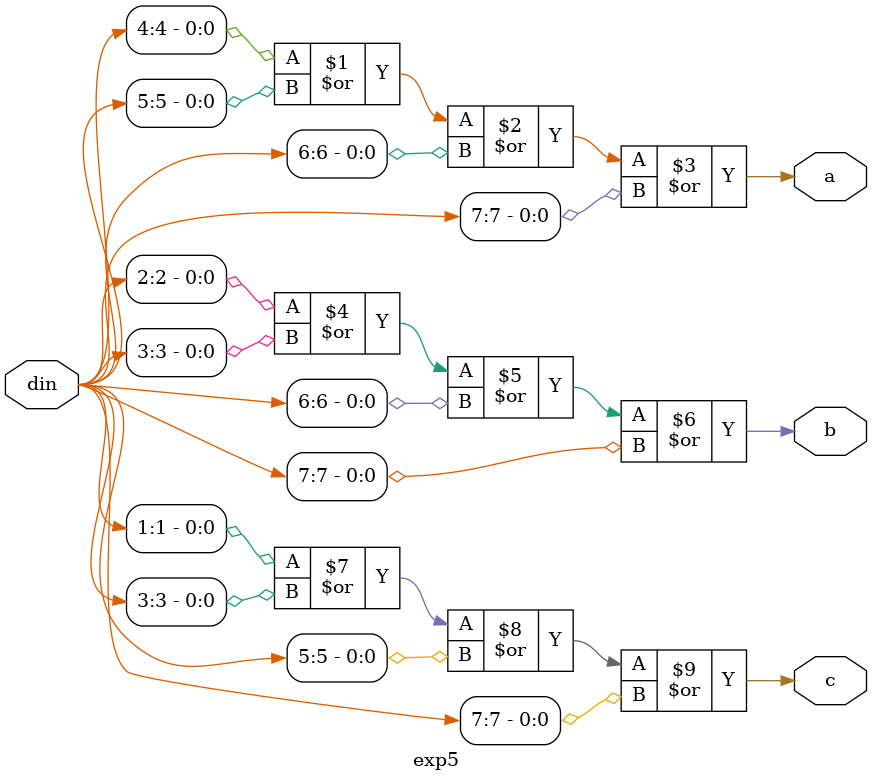
<source format=v>
module exp5(din,a,b,c);
input [0:7] din;
output a,b,c;
assign a=(din[4]| din[5]| din[6]| din[7]);
assign b=(din[2]| din[3]| din[6]| din[7]);
assign c=(din[1]| din[3]| din[5]| din[7]);
endmodule
</source>
